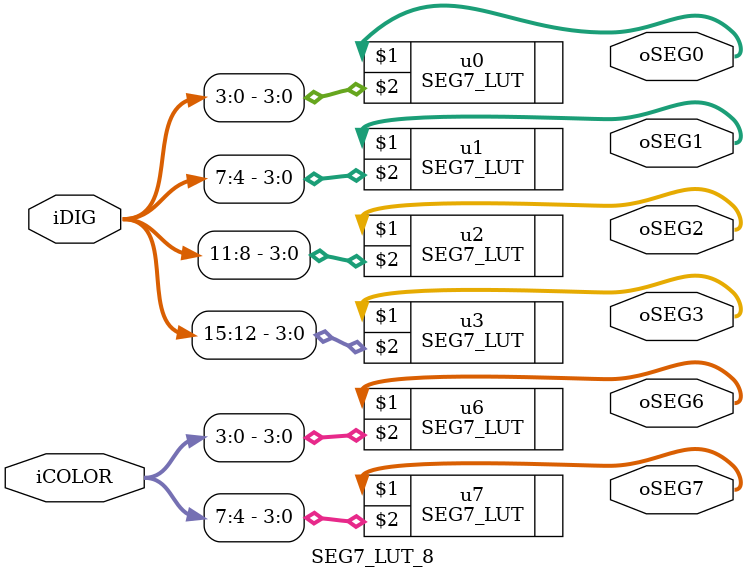
<source format=v>

module SEG7_LUT_8 (	oSEG0,oSEG1,oSEG2,oSEG3,oSEG6,oSEG7,iDIG,iCOLOR );
input	[31:0]	iDIG;
output	[6:0]	oSEG0,oSEG1,oSEG2,oSEG3,oSEG6,oSEG7;
input   [7:0]   iCOLOR;

SEG7_LUT	u0	(	oSEG0,iDIG[3:0]		);
SEG7_LUT	u1	(	oSEG1,iDIG[7:4]		);
SEG7_LUT	u2	(	oSEG2,iDIG[11:8]	);
SEG7_LUT	u3	(	oSEG3,iDIG[15:12]	);
SEG7_LUT	u6	(	oSEG6,iCOLOR[3:0]	);
SEG7_LUT	u7	(	oSEG7,iCOLOR[7:4]	);

endmodule
</source>
